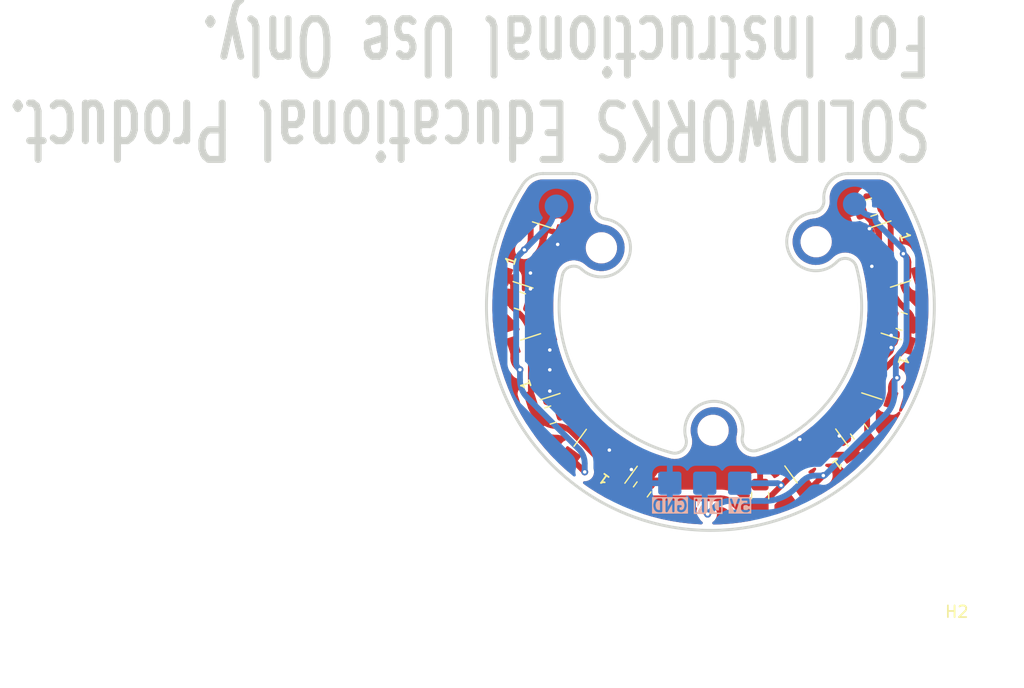
<source format=kicad_pcb>
(kicad_pcb (version 20241229) (generator "pcbnew") (generator_version "9.0")
  (layers (0 "F.Cu" signal) (2 "B.Cu" signal) (13 "F.Paste" user) (15 "B.Paste" user) (5 "F.SilkS" user "F.Silkscreen") (7 "B.SilkS" user "B.Silkscreen") (1 "F.Mask" user) (3 "B.Mask" user) (25 "Edge.Cuts" user))
  (net 0 "")
  (net 1 "GND")
  (net 2 "5V_IN")
  (net 4 "DIN")
  (footprint "LED_SMD:LED_WS2812B_PLCC4_5.0x5.0mm_P3.2mm" (layer "F.Cu") (at 108.228795 73.050362 108)
    (property "Reference" "D1" (hide yes))
    (property "Value" "WS2812B" (hide yes))
    (fp_line (start 2.7 0.9) (end 2.7 -0.9) (stroke (width 0.12)) (layer "F.SilkS"))
    (fp_line (start -2.7 0.9) (end -2.7 -0.9) (stroke (width 0.12)) (layer "F.SilkS"))
    (fp_text user "1" (at -1.025 -1.65 108) (layer "F.SilkS") (effects (font (size 0.8 0.8))))
    (pad "1" smd roundrect (at -2.45 -1.650001 108) (size 1.5 0.9) (layers "F.Cu" "F.Mask" "F.Paste") (roundrect_rratio 0.1) (net 2 "5V_IN"))
    (pad "2" smd roundrect (at -2.45 1.65 108) (size 1.5 0.9) (layers "F.Cu" "F.Mask" "F.Paste") (roundrect_rratio 0.1))
    (pad "3" smd roundrect (at 2.45 1.650001 108) (size 1.5 0.9) (layers "F.Cu" "F.Mask" "F.Paste") (roundrect_rratio 0.1) (net 1 "GND"))
    (pad "4" smd roundrect (at 2.45 -1.65 108) (size 1.5 0.9) (layers "F.Cu" "F.Mask" "F.Paste") (roundrect_rratio 0.1) (net 4 "DIN"))
  )
  (footprint "MountingHole:MountingHole_2.2mm_M2_DIN965" (layer "F.Cu") (at 113.472269 62.827551)
    (property "Reference" "H2" (hide yes))
    (property "Value" "MountingHole")
    (pad "" np_thru_hole circle (at 0 0) (size 2.2 2.2) (drill 2.2) (layers "*.Cu" "*.Mask"))
  )
  (footprint "Capacitor_SMD:C_0805_2012Metric" (layer "F.Cu") (at 136.639408 59.338432 -162)
    (property "Reference" "C1" (hide yes))
    (property "Value" "100nF" (hide yes))
    (fp_line (start -0.261252 0.735) (end 0.261252 0.735) (stroke (width 0.12)) (layer "F.SilkS"))
    (fp_line (start -0.261252 -0.735) (end 0.261252 -0.735) (stroke (width 0.12)) (layer "F.SilkS"))
    (pad "1" smd roundrect (at -0.95 0 198) (size 1 1.45) (layers "F.Cu" "F.Mask" "F.Paste") (net 2 "5V_IN"))
    (pad "2" smd roundrect (at 0.95 0 198) (size 1 1.45) (layers "F.Cu" "F.Mask" "F.Paste") (net 1 "GND"))
  )
  (footprint "MountingHole:MountingHole_2.2mm_M2_DIN965" (layer "F.Cu") (at 123.063491 78.513374)
    (property "Reference" "H1" (hide yes))
    (property "Value" "MountingHole")
    (pad "" np_thru_hole circle (at 0 0) (size 2.2 2.2) (drill 2.2) (layers "*.Cu" "*.Mask"))
  )
  (footprint "Capacitor_SMD:C_0805_2012Metric" (layer "F.Cu") (at 135.616917 78.606838 126)
    (property "Reference" "C1" (hide yes))
    (property "Value" "100nF" (hide yes))
    (fp_line (start -0.261252 -0.734999) (end 0.261252 -0.735) (stroke (width 0.12)) (layer "F.SilkS"))
    (fp_line (start -0.261252 0.735) (end 0.261252 0.734999) (stroke (width 0.12)) (layer "F.SilkS"))
    (pad "1" smd roundrect (at -0.95 0 126) (size 1 1.45) (layers "F.Cu" "F.Mask" "F.Paste") (net 2 "5V_IN"))
    (pad "2" smd roundrect (at 0.95 0 126) (size 1 1.45) (layers "F.Cu" "F.Mask" "F.Paste") (net 1 "GND"))
  )
  (footprint "LED_SMD:LED_WS2812B_PLCC4_5.0x5.0mm_P3.2mm" (layer "F.Cu") (at 113.835034 80.741799 144)
    (property "Reference" "D1" (hide yes))
    (property "Value" "WS2812B" (hide yes))
    (fp_line (start 2.7 0.9) (end 2.7 -0.9) (stroke (width 0.12)) (layer "F.SilkS"))
    (fp_line (start -2.7 0.9) (end -2.7 -0.9) (stroke (width 0.12)) (layer "F.SilkS"))
    (fp_text user "1" (at -1.025 -1.65 144) (layer "F.SilkS") (effects (font (size 0.8 0.8))))
    (pad "1" smd roundrect (at -2.45 -1.65 144) (size 1.5 0.9) (layers "F.Cu" "F.Mask" "F.Paste") (roundrect_rratio 0.1) (net 2 "5V_IN"))
    (pad "2" smd roundrect (at -2.45 1.65 144) (size 1.5 0.9) (layers "F.Cu" "F.Mask" "F.Paste") (roundrect_rratio 0.1))
    (pad "3" smd roundrect (at 2.45 1.65 144) (size 1.5 0.9) (layers "F.Cu" "F.Mask" "F.Paste") (roundrect_rratio 0.1) (net 1 "GND"))
    (pad "4" smd roundrect (at 2.45 -1.65 144) (size 1.5 0.9) (layers "F.Cu" "F.Mask" "F.Paste") (roundrect_rratio 0.1) (net 4 "DIN"))
  )
  (footprint "LED_SMD:LED_WS2812B_PLCC4_5.0x5.0mm_P3.2mm" (layer "F.Cu") (at 107.576741 63.440084 72)
    (property "Reference" "D1" (hide yes))
    (property "Value" "WS2812B" (hide yes))
    (fp_line (start -2.7 0.9) (end -2.7 -0.9) (stroke (width 0.12)) (layer "F.SilkS"))
    (fp_line (start 2.7 0.9) (end 2.7 -0.9) (stroke (width 0.12)) (layer "F.SilkS"))
    (fp_text user "1" (at -1.025 -1.65 72) (layer "F.SilkS") (effects (font (size 0.8 0.8))))
    (pad "1" smd roundrect (at -2.45 -1.65 72) (size 1.5 0.9) (layers "F.Cu" "F.Mask" "F.Paste") (roundrect_rratio 0.1) (net 2 "5V_IN"))
    (pad "2" smd roundrect (at -2.45 1.650001 72) (size 1.5 0.9) (layers "F.Cu" "F.Mask" "F.Paste") (roundrect_rratio 0.1))
    (pad "3" smd roundrect (at 2.45 1.65 72) (size 1.5 0.9) (layers "F.Cu" "F.Mask" "F.Paste") (roundrect_rratio 0.1) (net 1 "GND"))
    (pad "4" smd roundrect (at 2.45 -1.650001 72) (size 1.5 0.9) (layers "F.Cu" "F.Mask" "F.Paste") (roundrect_rratio 0.1) (net 4 "DIN"))
  )
  (footprint "LED_SMD:LED_WS2812B_PLCC4_5.0x5.0mm_P3.2mm" (layer "F.Cu") (at 137.521473 73.005338 -108)
    (property "Reference" "D1" (hide yes))
    (property "Value" "WS2812B" (hide yes))
    (fp_line (start 2.7 0.9) (end 2.7 -0.9) (stroke (width 0.12)) (layer "F.SilkS"))
    (fp_line (start -2.7 0.9) (end -2.7 -0.9) (stroke (width 0.12)) (layer "F.SilkS"))
    (fp_text user "1" (at -1.025 -1.65 252) (layer "F.SilkS") (effects (font (size 0.8 0.8))))
    (pad "1" smd roundrect (at -2.45 -1.65 252) (size 1.5 0.9) (layers "F.Cu" "F.Mask" "F.Paste") (roundrect_rratio 0.1) (net 2 "5V_IN"))
    (pad "2" smd roundrect (at -2.45 1.650001 252) (size 1.5 0.9) (layers "F.Cu" "F.Mask" "F.Paste") (roundrect_rratio 0.1))
    (pad "3" smd roundrect (at 2.45 1.65 252) (size 1.5 0.9) (layers "F.Cu" "F.Mask" "F.Paste") (roundrect_rratio 0.1) (net 1 "GND"))
    (pad "4" smd roundrect (at 2.45 -1.650001 252) (size 1.5 0.9) (layers "F.Cu" "F.Mask" "F.Paste") (roundrect_rratio 0.1) (net 4 "DIN"))
  )
  (footprint "Capacitor_SMD:C_0805_2012Metric" (layer "F.Cu") (at 109.09623 77.1995 18)
    (property "Reference" "C1" (hide yes))
    (property "Value" "100nF" (hide yes))
    (fp_line (start -0.261252 -0.735) (end 0.261252 -0.735) (stroke (width 0.12)) (layer "F.SilkS"))
    (fp_line (start -0.261252 0.735) (end 0.261252 0.735) (stroke (width 0.12)) (layer "F.SilkS"))
    (pad "1" smd roundrect (at -0.95 0 18) (size 1 1.45) (layers "F.Cu" "F.Mask" "F.Paste") (net 2 "5V_IN"))
    (pad "2" smd roundrect (at 0.95 0 18) (size 1 1.45) (layers "F.Cu" "F.Mask" "F.Paste") (net 1 "GND"))
  )
  (footprint "" (layer "F.Cu") (at 135.210899 59.07394)
    (property "Reference" "" (at 0 0 0) (layer "F.SilkS") (effects (font (size 1.27 1.27))))
    (property "Value" "")
    (pad "1" smd circle (at 0 0) (size 2 2) (layers "B.Cu" "B.Mask"))
  )
  (footprint "Capacitor_SMD:C_0805_2012Metric" (layer "F.Cu") (at 116.975606 83.588657 54)
    (property "Reference" "C1" (hide yes))
    (property "Value" "100nF" (hide yes))
    (fp_line (start -0.261252 -0.735) (end 0.261252 -0.734999) (stroke (width 0.12)) (layer "F.SilkS"))
    (fp_line (start -0.261252 0.734999) (end 0.261252 0.735) (stroke (width 0.12)) (layer "F.SilkS"))
    (pad "1" smd roundrect (at -0.95 0 54) (size 1 1.45) (layers "F.Cu" "F.Mask" "F.Paste") (net 2 "5V_IN"))
    (pad "2" smd roundrect (at 0.95 0 54) (size 1 1.45) (layers "F.Cu" "F.Mask" "F.Paste") (net 1 "GND"))
  )
  (footprint "LED_SMD:LED_WS2812B_PLCC4_5.0x5.0mm_P3.2mm" (layer "F.Cu") (at 138.318995 63.367927 -72)
    (property "Reference" "D1" (hide yes))
    (property "Value" "WS2812B" (hide yes))
    (fp_line (start -2.7 0.9) (end -2.7 -0.9) (stroke (width 0.12)) (layer "F.SilkS"))
    (fp_line (start 2.7 0.9) (end 2.7 -0.9) (stroke (width 0.12)) (layer "F.SilkS"))
    (fp_text user "1" (at -1.025 -1.65 288) (layer "F.SilkS") (effects (font (size 0.8 0.8))))
    (pad "1" smd roundrect (at -2.45 -1.650001 288) (size 1.5 0.9) (layers "F.Cu" "F.Mask" "F.Paste") (roundrect_rratio 0.1) (net 2 "5V_IN"))
    (pad "2" smd roundrect (at -2.45 1.65 288) (size 1.5 0.9) (layers "F.Cu" "F.Mask" "F.Paste") (roundrect_rratio 0.1))
    (pad "3" smd roundrect (at 2.45 1.650001 288) (size 1.5 0.9) (layers "F.Cu" "F.Mask" "F.Paste") (roundrect_rratio 0.1) (net 1 "GND"))
    (pad "4" smd roundrect (at 2.45 -1.65 288) (size 1.5 0.9) (layers "F.Cu" "F.Mask" "F.Paste") (roundrect_rratio 0.1) (net 4 "DIN"))
  )
  (footprint "MountingHole:MountingHole_2.2mm_M2_DIN965" (layer "F.Cu") (at 143.990371 96.955866)
    (property "Reference" "H2" (at 0 -2.85 0) (layer "F.SilkS"))
    (property "Value" "MountingHole")
    (pad "" np_thru_hole circle (at 0 0) (size 2.2 2.2) (drill 2.2) (layers "*.Cu" "*.Mask"))
  )
  (footprint "LED_SMD:LED_WS2812B_PLCC4_5.0x5.0mm_P3.2mm" (layer "F.Cu") (at 131.938904 80.713972 -144)
    (property "Reference" "D1" (hide yes))
    (property "Value" "WS2812B" (hide yes))
    (fp_line (start 2.7 0.9) (end 2.7 -0.9) (stroke (width 0.12)) (layer "F.SilkS"))
    (fp_line (start -2.7 0.9) (end -2.7 -0.9) (stroke (width 0.12)) (layer "F.SilkS"))
    (fp_text user "1" (at -1.025 -1.65 216) (layer "F.SilkS") (effects (font (size 0.8 0.8))))
    (pad "1" smd roundrect (at -2.45 -1.65 216) (size 1.5 0.9) (layers "F.Cu" "F.Mask" "F.Paste") (roundrect_rratio 0.1) (net 2 "5V_IN"))
    (pad "2" smd roundrect (at -2.45 1.65 216) (size 1.5 0.9) (layers "F.Cu" "F.Mask" "F.Paste") (roundrect_rratio 0.1))
    (pad "3" smd roundrect (at 2.45 1.65 216) (size 1.5 0.9) (layers "F.Cu" "F.Mask" "F.Paste") (roundrect_rratio 0.1) (net 1 "GND"))
    (pad "4" smd roundrect (at 2.45 -1.65 216) (size 1.5 0.9) (layers "F.Cu" "F.Mask" "F.Paste") (roundrect_rratio 0.1) (net 4 "DIN"))
  )
  (footprint "Capacitor_SMD:C_0805_2012Metric" (layer "F.Cu") (at 139.258505 69.138749 162)
    (property "Reference" "C1" (hide yes))
    (property "Value" "100nF" (hide yes))
    (fp_line (start -0.261252 -0.735) (end 0.261252 -0.735) (stroke (width 0.12)) (layer "F.SilkS"))
    (fp_line (start -0.261252 0.735) (end 0.261252 0.735) (stroke (width 0.12)) (layer "F.SilkS"))
    (pad "1" smd roundrect (at -0.95 0 162) (size 1 1.45) (layers "F.Cu" "F.Mask" "F.Paste") (net 2 "5V_IN"))
    (pad "2" smd roundrect (at 0.95 0 162) (size 1 1.45) (layers "F.Cu" "F.Mask" "F.Paste") (net 1 "GND"))
  )
  (footprint "Capacitor_SMD:C_0805_2012Metric" (layer "F.Cu") (at 106.477133 67.399183 -18)
    (property "Reference" "C1" (hide yes))
    (property "Value" "100nF" (hide yes))
    (fp_line (start -0.261252 0.735) (end 0.261252 0.735) (stroke (width 0.12)) (layer "F.SilkS"))
    (fp_line (start -0.261252 -0.735) (end 0.261252 -0.735) (stroke (width 0.12)) (layer "F.SilkS"))
    (pad "1" smd roundrect (at -0.95 0 342) (size 1 1.45) (layers "F.Cu" "F.Mask" "F.Paste") (net 2 "5V_IN"))
    (pad "2" smd roundrect (at 0.95 0 342) (size 1 1.45) (layers "F.Cu" "F.Mask" "F.Paste") (net 1 "GND"))
  )
  (footprint "Capacitor_SMD:C_0805_2012Metric" (layer "F.Cu") (at 127.105607 84.126212 90)
    (property "Reference" "C1" (hide yes))
    (property "Value" "100nF" (hide yes))
    (fp_line (start -0.261252 -0.735) (end 0.261252 -0.735) (stroke (width 0.12)) (layer "F.SilkS"))
    (fp_line (start -0.261252 0.735) (end 0.261252 0.735) (stroke (width 0.12)) (layer "F.SilkS"))
    (pad "1" smd roundrect (at -0.95 0 90) (size 1 1.45) (layers "F.Cu" "F.Mask" "F.Paste") (net 2 "5V_IN"))
    (pad "2" smd roundrect (at 0.95 0 90) (size 1 1.45) (layers "F.Cu" "F.Mask" "F.Paste") (net 1 "GND"))
  )
  (footprint "MountingHole:MountingHole_2.2mm_M2_DIN965" (layer "F.Cu") (at 131.915206 62.305614)
    (property "Reference" "H2" (hide yes))
    (property "Value" "MountingHole")
    (pad "" np_thru_hole circle (at 0 0) (size 2.2 2.2) (drill 2.2) (layers "*.Cu" "*.Mask"))
  )
  (footprint "TestPoint:TestPoint_Pad_2.5x2.5mm" (layer "B.Cu") (at 125.347351 83.057631 90)
    (property "Reference" "TP1" (hide yes))
    (property "Value" "TestPoint" (hide yes))
    (pad "1" smd roundrect (at 0 0 90) (size 2 2) (layers "B.Cu" "B.Mask") (roundrect_rratio 0.125) (net 2 "5V_IN"))
  )
  (footprint "TestPoint:TestPoint_Pad_2.5x2.5mm" (layer "B.Cu") (at 119.347351 83.057631 90)
    (property "Reference" "TP3" (hide yes))
    (property "Value" "TestPoint" (hide yes))
    (pad "1" smd roundrect (at 0 0 90) (size 2 2) (layers "B.Cu" "B.Mask") (roundrect_rratio 0.125) (net 1 "GND"))
  )
  (footprint "TestPoint:TestPoint_Pad_2.5x2.5mm" (layer "B.Cu") (at 122.347351 83.057631 90)
    (property "Reference" "TP2" (hide yes))
    (property "Value" "TestPoint" (hide yes))
    (pad "1" smd roundrect (at 0 0 90) (size 2 2) (layers "B.Cu" "B.Mask") (roundrect_rratio 0.125) (net 4 "DIN"))
  )
  (footprint "TestPoint:TestPoint_Pad_D2.0mm" (layer "B.Cu") (at 109.601343 59.250616)
    (property "Reference" "REF**" (hide yes))
    (property "Value" "TestPoint_Pad_D2.0mm")
    (pad "1" smd circle (at 0 0) (size 2 2) (layers "B.Cu" "B.Mask"))
  )
  (gr_line (start 111.015008 56.447816) (end 108.457482 56.447816) (stroke (width 0.25)) (layer "Edge.Cuts"))
  (gr_line (start 137.20669 56.447816) (end 134.649172 56.447816) (stroke (width 0.25)) (layer "Edge.Cuts"))
  (gr_arc (start 126.862996 80.233326) (mid 125.880093 80.022616) (end 125.576914 79.064191) (stroke (width 0.25)) (layer "Edge.Cuts"))
  (gr_arc (start 111.015008 56.447816) (mid 112.673048 57.272675) (end 113.015326 59.092669) (stroke (width 0.25)) (layer "Edge.Cuts"))
  (gr_arc (start 120.733038 79.20319) (mid 120.485319 80.177429) (end 119.516115 80.44415) (stroke (width 0.25)) (layer "Edge.Cuts"))
  (gr_arc (start 110.119675 65.196523) (mid 110.793606 64.450662) (end 111.775216 64.66731) (stroke (width 0.25)) (layer "Edge.Cuts"))
  (gr_arc (start 133.686444 64.03855) (mid 129.633931 63.374163) (end 131.671413 59.808641) (stroke (width 0.25)) (layer "Edge.Cuts"))
  (gr_arc (start 137.20669 56.447816) (mid 138.197748 56.699256) (end 138.949067 57.392752) (stroke (width 0.25)) (layer "Edge.Cuts"))
  (gr_arc (start 135.369608 64.471956) (mid 134.265956 74.052548) (end 126.862996 80.233326) (stroke (width 0.25)) (layer "Edge.Cuts"))
  (gr_arc (start 132.579292 58.719667) (mid 133.112479 57.126594) (end 134.649172 56.447816) (stroke (width 0.25)) (layer "Edge.Cuts"))
  (gr_arc (start 119.516115 80.44415) (mid 111.770902 74.698064) (end 110.119675 65.196523) (stroke (width 0.25)) (layer "Edge.Cuts"))
  (gr_arc (start 138.949067 57.392752) (mid 122.832087 87.110995) (end 106.715106 57.392752) (stroke (width 0.25)) (layer "Edge.Cuts"))
  (gr_arc (start 113.831973 60.354277) (mid 115.72459 63.903729) (end 111.775216 64.66731) (stroke (width 0.25)) (layer "Edge.Cuts"))
  (gr_arc (start 113.831973 60.354277) (mid 113.138073 59.908328) (end 113.015326 59.092669) (stroke (width 0.25)) (layer "Edge.Cuts"))
  (gr_arc (start 133.686444 64.03855) (mid 134.654015 63.765965) (end 135.369608 64.471956) (stroke (width 0.25)) (layer "Edge.Cuts"))
  (gr_arc (start 106.715106 57.392752) (mid 107.46642 56.699238) (end 108.457482 56.447816) (stroke (width 0.25)) (layer "Edge.Cuts"))
  (gr_arc (start 132.579292 58.719667) (mid 132.351692 59.452854) (end 131.671413 59.808641) (stroke (width 0.25)) (layer "Edge.Cuts"))
  (gr_arc (start 120.733038 79.20319) (mid 123.065598 76.01903) (end 125.576914 79.064191) (stroke (width 0.25)) (layer "Edge.Cuts"))
  (gr_text "5V\n" (at 126.453008 85.593304 0) (layer "B.SilkS" knockout) (effects (font (size 1 1) (thickness 0.2) (bold yes)) (justify left bottom mirror)))
  (gr_text "DIN\n" (at 124.034933 85.624708 0) (layer "B.SilkS" knockout) (effects (font (size 1 1) (thickness 0.2) (bold yes)) (justify left bottom mirror)))
  (gr_text "GND" (at 121.02019 85.593304 0) (layer "B.SilkS" knockout) (effects (font (size 1 1) (thickness 0.2) (bold yes)) (justify left bottom mirror)))
  (gr_text "For Instructional Use Only." (at 142.061538 48.177819 180) (layer "Edge.Cuts") (effects (font (size 4.83362 3.04518) (thickness 0.604202)) (justify left top)))
  (gr_text "SOLIDWORKS Educational Product." (at 142.061538 55.428249 180) (layer "Edge.Cuts") (effects (font (size 4.83362 3.04518) (thickness 0.604202)) (justify left top)))
  (segment (start 107.380637 66.357563) (end 107.380637 67.692749) (width 0.5) (layer "F.Cu") (net 1))
  (segment (start 122.668724 83.176212) (end 127.105607 83.176212) (width 0.5) (layer "F.Cu") (net 1))
  (segment (start 138.355001 71.532251) (end 138.355001 71.398818) (width 0.5) (layer "F.Cu") (net 1))
  (segment (start 133.619988 79.159837) (end 130.740538 79.159837) (width 0.5) (layer "F.Cu") (net 1))
  (segment (start 133.819664 79.077129) (end 133.902373 78.994421) (width 0.5) (layer "F.Cu") (net 1))
  (segment (start 136.614133 61.022041) (end 136.497975 61.138199) (width 0.5) (layer "F.Cu") (net 1))
  (segment (start 109.718369 62.534515) (end 110.5405 61.712384) (width 0.5) (layer "F.Cu") (net 1))
  (segment (start 114.154862 80.210264) (end 115.751493 81.806895) (width 0.5) (layer "F.Cu") (net 1))
  (segment (start 130.57966 79.226475) (end 130.513023 79.293113) (width 0.5) (layer "F.Cu") (net 1))
  (segment (start 116.050466 81.884988) (end 115.940026 81.884988) (width 0.5) (layer "F.Cu") (net 1))
  (segment (start 137.506842 66.207894) (end 137.466291 66.207894) (width 0.2) (layer "F.Cu") (net 1))
  (segment (start 136.486084 61.166907) (end 136.486084 61.183724) (width 0.5) (layer "F.Cu") (net 1))
  (segment (start 136.590387 61.288027) (end 136.486084 61.183724) (width 0.5) (layer "F.Cu") (net 1))
  (segment (start 109.040947 73.311878) (end 109.040947 75.138552) (width 0.5) (layer "F.Cu") (net 1))
  (segment (start 109.326828 76.233028) (end 109.999734 76.905934) (width 0.5) (layer "F.Cu") (net 1))
  (segment (start 136.694691 65.436294) (end 136.694691 66.327537) (width 0.5) (layer "F.Cu") (net 1))
  (segment (start 116.050466 81.884988) (end 116.324682 81.884988) (width 0.5) (layer "F.Cu") (net 1))
  (segment (start 121.808972 82.820091) (end 117.534002 82.820091) (width 0.5) (layer "F.Cu") (net 1))
  (segment (start 136.694691 61.539838) (end 136.694691 64.419305) (width 0.5) (layer "F.Cu") (net 1))
  (segment (start 109.040947 71.607799) (end 109.040947 70.210395) (width 0.5) (layer "F.Cu") (net 1))
  (segment (start 137.466291 66.207894) (end 136.694691 65.436294) (width 0.2) (layer "F.Cu") (net 1))
  (segment (start 107.380637 66.357563) (end 107.380637 64.995292) (width 0.5) (layer "F.Cu") (net 1))
  (segment (start 112.822788 78.422518) (end 112.822788 77.966847) (width 0.5) (layer "F.Cu") (net 1))
  (segment (start 136.694691 60.827558) (end 136.694691 60.713632) (width 0.5) (layer "F.Cu") (net 1))
  (segment (start 130.513023 79.293113) (end 128.986967 80.819168) (width 0.5) (layer "F.Cu") (net 1))
  (segment (start 109.718369 62.534515) (end 107.424139 64.828744) (width 0.5) (layer "F.Cu") (net 1))
  (segment (start 116.792799 82.078888) (end 117.534002 82.820091) (width 0.5) (layer "F.Cu") (net 1))
  (segment (start 138.355001 70.354466) (end 138.355001 68.845183) (width 0.5) (layer "F.Cu") (net 1))
  (segment (start 133.902373 78.994421) (end 135.058521 77.838272) (width 0.5) (layer "F.Cu") (net 1))
  (segment (start 109.040947 75.542849) (end 109.040947 75.138552) (width 0.5) (layer "F.Cu") (net 1))
  (segment (start 109.040947 71.607799) (end 109.040947 73.311878) (width 0.5) (layer "F.Cu") (net 1))
  (segment (start 136.694691 64.419305) (end 136.694691 65.436294) (width 0.5) (layer "F.Cu") (net 1))
  (segment (start 107.380637 64.995292) (end 107.380637 64.933769) (width 0.5) (layer "F.Cu") (net 1))
  (segment (start 114.154862 80.210264) (end 113.144996 79.200398) (width 0.5) (layer "F.Cu") (net 1))
  (segment (start 138.260649 71.760036) (end 135.195138 74.825548) (width 0.5) (layer "F.Cu") (net 1))
  (segment (start 138.355001 70.354466) (end 138.355001 71.398818) (width 0.5) (layer "F.Cu") (net 1))
  (segment (start 136.607824 60.503918) (end 135.735904 59.631998) (width 0.5) (layer "F.Cu") (net 1))
  (via (at 109.040947 71.607799) (size 0.6) (drill 0.3) (layers "F.Cu" "B.Cu") (net 1))
  (via (at 133.902373 78.994421) (size 0.6) (drill 0.3) (layers "F.Cu" "B.Cu") (net 1))
  (via (at 107.380637 66.357563) (size 0.6) (drill 0.3) (layers "F.Cu" "B.Cu") (net 1))
  (via (at 130.513023 79.293113) (size 0.6) (drill 0.3) (layers "F.Cu" "B.Cu") (net 1))
  (via (at 109.718369 62.534515) (size 0.6) (drill 0.3) (layers "F.Cu" "B.Cu") (net 1))
  (via (at 109.040947 75.138552) (size 0.6) (drill 0.3) (layers "F.Cu" "B.Cu") (net 1))
  (via (at 136.694691 64.419305) (size 0.6) (drill 0.3) (layers "F.Cu" "B.Cu") (net 1))
  (via (at 109.040947 73.311878) (size 0.6) (drill 0.3) (layers "F.Cu" "B.Cu") (net 1))
  (via (at 136.486084 61.183724) (size 0.6) (drill 0.3) (layers "F.Cu" "B.Cu") (net 1))
  (via (at 116.050466 81.884988) (size 0.6) (drill 0.3) (layers "F.Cu" "B.Cu") (net 1))
  (via (at 107.380637 64.995292) (size 0.6) (drill 0.3) (layers "F.Cu" "B.Cu") (net 1))
  (via (at 138.355001 70.354466) (size 0.6) (drill 0.3) (layers "F.Cu" "B.Cu") (net 1))
  (via (at 114.154862 80.210264) (size 0.6) (drill 0.3) (layers "F.Cu" "B.Cu") (net 1))
  (via (at 138.355001 71.398818) (size 0.6) (drill 0.3) (layers "F.Cu" "B.Cu") (net 1))
  (arc (start 133.619988 79.159837) (mid 133.728052 79.138341) (end 133.819664 79.077129) (width 0.5) (layer "F.Cu") (net 1))
  (arc (start 107.424139 64.828744) (mid 107.391942 64.876929) (end 107.380637 64.933769) (width 0.5) (layer "F.Cu") (net 1))
  (arc (start 138.355001 71.532251) (mid 138.330479 71.655527) (end 138.260649 71.760036) (width 0.5) (layer "F.Cu") (net 1))
  (arc (start 112.822788 78.422518) (mid 112.906527 78.843503) (end 113.144996 79.200398) (width 0.5) (layer "F.Cu") (net 1))
  (arc (start 122.238848 82.998151) (mid 122.041619 82.866367) (end 121.808972 82.820091) (width 0.5) (layer "F.Cu") (net 1))
  (arc (start 136.694691 60.827558) (mid 136.673754 60.932811) (end 136.614133 61.022041) (width 0.5) (layer "F.Cu") (net 1))
  (arc (start 136.486084 61.166907) (mid 136.489174 61.15137) (end 136.497975 61.138199) (width 0.5) (layer "F.Cu") (net 1))
  (arc (start 115.940026 81.884988) (mid 115.837992 81.864692) (end 115.751493 81.806895) (width 0.5) (layer "F.Cu") (net 1))
  (arc (start 136.607824 60.503918) (mid 136.672115 60.600135) (end 136.694691 60.713632) (width 0.5) (layer "F.Cu") (net 1))
  (arc (start 116.792799 82.078888) (mid 116.578025 81.93538) (end 116.324682 81.884988) (width 0.5) (layer "F.Cu") (net 1))
  (arc (start 136.694691 61.539838) (mid 136.667583 61.403559) (end 136.590387 61.288027) (width 0.5) (layer "F.Cu") (net 1))
  (arc (start 109.326828 76.233028) (mid 109.115245 75.916371) (end 109.040947 75.542849) (width 0.5) (layer "F.Cu") (net 1))
  (arc (start 122.238848 82.998151) (mid 122.436077 83.129935) (end 122.668724 83.176212) (width 0.5) (layer "F.Cu") (net 1))
  (arc (start 130.57966 79.226475) (mid 130.653471 79.177155) (end 130.740538 79.159837) (width 0.5) (layer "F.Cu") (net 1))
  (segment (start 105.810621 65.820509) (end 105.250406 65.260294) (width 0.5) (layer "F.Cu") (net 2))
  (segment (start 135.999515 79.551197) (end 135.882318 79.668394) (width 0.5) (layer "F.Cu") (net 2))
  (segment (start 134.960007 80.590709) (end 135.882318 79.668394) (width 0.5) (layer "F.Cu") (net 2))
  (segment (start 107.416643 75.218672) (end 107.416643 75.270338) (width 0.5) (layer "F.Cu") (net 2))
  (segment (start 107.416643 76.303656) (end 107.416643 76.25199) (width 0.5) (layer "F.Cu") (net 2))
  (segment (start 105.573629 67.32779) (end 105.573629 67.373791) (width 0.5) (layer "F.Cu") (net 2))
  (segment (start 134.913197 80.608776) (end 134.906809 80.608776) (width 0.5) (layer "F.Cu") (net 2))
  (segment (start 134.814191 80.608776) (end 134.83016 80.608776) (width 0.5) (layer "F.Cu") (net 2))
  (segment (start 140.162009 69.05116) (end 140.162009 69.210141) (width 0.5) (layer "F.Cu") (net 2))
  (segment (start 139.892491 68.400487) (end 139.240502 67.748498) (width 0.5) (layer "F.Cu") (net 2))
  (segment (start 137.250645 58.752599) (end 137.219419 58.721373) (width 0.5) (layer "F.Cu") (net 2))
  (segment (start 105.88783 66.569242) (end 105.88783 65.820509) (width 0.5) (layer "F.Cu") (net 2))
  (segment (start 117.011513 84.357223) (end 123.699569 84.357223) (width 0.5) (layer "F.Cu") (net 2))
  (segment (start 133.231942 80.608776) (end 134.763091 80.608776) (width 0.5) (layer "F.Cu") (net 2))
  (segment (start 107.416643 73.823694) (end 107.416643 74.650348) (width 0.5) (layer "F.Cu") (net 2))
  (segment (start 134.86529 80.608776) (end 134.852515 80.608776) (width 0.5) (layer "F.Cu") (net 2))
  (segment (start 124.860582 84.83813) (end 125.220077 85.197625) (width 0.5) (layer "F.Cu") (net 2))
  (segment (start 107.416643 74.650348) (end 107.416643 74.908677) (width 0.5) (layer "F.Cu") (net 2))
  (segment (start 108.287195 77.587535) (end 107.708909 77.009249) (width 0.5) (layer "F.Cu") (net 2))
  (segment (start 139.847808 69.968689) (end 139.847808 71.185128) (width 0.5) (layer "F.Cu") (net 2))
  (segment (start 136.146011 79.404701) (end 136.116712 79.434) (width 0.5) (layer "F.Cu") (net 2))
  (segment (start 127.105607 85.076212) (end 130.400024 81.781794) (width 0.5) (layer "F.Cu") (net 2))
  (segment (start 136.116712 79.434) (end 136.087413 79.463299) (width 0.5) (layer "F.Cu") (net 2))
  (segment (start 136.233911 79.316805) (end 136.226586 79.324129) (width 0.5) (layer "F.Cu") (net 2))
  (segment (start 136.29251 76.994389) (end 136.29251 79.175336) (width 0.5) (layer "F.Cu") (net 2))
  (segment (start 136.438437 58.39788) (end 136.215762 58.39788) (width 0.5) (layer "F.Cu") (net 2))
  (segment (start 105.88783 65.820509) (end 105.88783 65.352804) (width 0.5) (layer "F.Cu") (net 2))
  (segment (start 134.878065 80.608776) (end 134.86529 80.608776) (width 0.5) (layer "F.Cu") (net 2))
  (segment (start 107.416643 75.270338) (end 107.416643 75.477001) (width 0.5) (layer "F.Cu") (net 2))
  (segment (start 136.080088 79.470624) (end 136.036139 79.514573) (width 0.5) (layer "F.Cu") (net 2))
  (segment (start 136.036139 79.514573) (end 135.999515 79.551197) (width 0.5) (layer "F.Cu") (net 2))
  (segment (start 107.416643 75.683664) (end 107.416643 75.890327) (width 0.5) (layer "F.Cu") (net 2))
  (segment (start 136.087413 79.463299) (end 136.080088 79.470624) (width 0.5) (layer "F.Cu") (net 2))
  (segment (start 136.226586 79.324129) (end 136.211936 79.338778) (width 0.5) (layer "F.Cu") (net 2))
  (segment (start 107.416643 75.477001) (end 107.416643 75.683664) (width 0.5) (layer "F.Cu") (net 2))
  (segment (start 134.903615 80.608776) (end 134.89084 80.608776) (width 0.5) (layer "F.Cu") (net 2))
  (segment (start 105.88783 65.820509) (end 105.810621 65.820509) (width 0.5) (layer "F.Cu") (net 2))
  (segment (start 134.852515 80.608776) (end 134.849322 80.608776) (width 0.5) (layer "F.Cu") (net 2))
  (segment (start 107.708909 77.009249) (end 108.192726 77.493066) (width 0.5) (layer "F.Cu") (net 2))
  (segment (start 106.495136 68.563473) (end 105.763257 67.831594) (width 0.5) (layer "F.Cu") (net 2))
  (segment (start 134.903615 80.608776) (end 134.906809 80.608776) (width 0.5) (layer "F.Cu") (net 2))
  (segment (start 136.17531 79.375402) (end 136.146011 79.404701) (width 0.5) (layer "F.Cu") (net 2))
  (segment (start 134.916391 80.608776) (end 134.913197 80.608776) (width 0.5) (layer "F.Cu") (net 2))
  (segment (start 138.318995 65.523783) (end 138.318995 60.989713) (width 0.5) (layer "F.Cu") (net 2))
  (segment (start 134.89084 80.608776) (end 134.878065 80.608776) (width 0.5) (layer "F.Cu") (net 2))
  (segment (start 114.84728 83.050809) (end 114.84728 83.152022) (width 0.5) (layer "F.Cu") (net 2))
  (segment (start 137.886302 73.146633) (end 139.847808 71.185128) (width 0.5) (layer "F.Cu") (net 2))
  (segment (start 134.849322 80.608776) (end 134.83016 80.608776) (width 0.5) (layer "F.Cu") (net 2))
  (segment (start 110.954981 78.692568) (end 114.517809 82.255396) (width 0.5) (layer "F.Cu") (net 2))
  (segment (start 127.105607 85.076212) (end 125.756019 85.076212) (width 0.5) (layer "F.Cu") (net 2))
  (segment (start 115.83464 83.774653) (end 115.996974 83.936987) (width 0.5) (layer "F.Cu") (net 2))
  (segment (start 136.204609 79.346103) (end 136.211936 79.338778) (width 0.5) (layer "F.Cu") (net 2))
  (segment (start 107.416643 73.823694) (end 107.416643 70.788187) (width 0.5) (layer "F.Cu") (net 2))
  (segment (start 136.204609 79.346103) (end 136.17531 79.375402) (width 0.5) (layer "F.Cu") (net 2))
  (segment (start 134.814191 80.608776) (end 134.763091 80.608776) (width 0.5) (layer "F.Cu") (net 2))
  (segment (start 107.416643 74.908677) (end 107.416643 75.218672) (width 0.5) (layer "F.Cu") (net 2))
  (segment (start 107.416643 76.148658) (end 107.416643 76.25199) (width 0.5) (layer "F.Cu") (net 2))
  (segment (start 107.416643 76.148658) (end 107.416643 76.096992) (width 0.5) (layer "F.Cu") (net 2))
  (segment (start 107.416643 75.890327) (end 107.416643 76.096992) (width 0.5) (layer "F.Cu") (net 2))
  (segment (start 138.077086 60.405694) (end 137.835178 60.163786) (width 0.5) (layer "F.Cu") (net 2))
  (via (at 128.903452 83.237992) (size 0.6) (drill 0.3) (layers "F.Cu" "B.Cu") (net 2))
  (arc (start 115.212009 83.516751) (mid 114.954106 83.409924) (end 114.84728 83.152022) (width 0.5) (layer "F.Cu") (net 2))
  (arc (start 124.860582 84.83813) (mid 124.327904 84.482206) (end 123.699569 84.357223) (width 0.5) (layer "F.Cu") (net 2))
  (arc (start 134.916391 80.608776) (mid 134.939995 80.60408) (end 134.960007 80.590709) (width 0.5) (layer "F.Cu") (net 2))
  (arc (start 107.708909 77.009249) (mid 107.708909 77.009249) (end 107.708909 77.009249) (width 0.5) (layer "F.Cu") (net 2))
  (arc (start 105.573629 67.32779) (mid 105.614457 67.122528) (end 105.730729 66.948516) (width 0.5) (layer "F.Cu") (net 2))
  (arc (start 139.847808 69.968689) (mid 139.888636 69.763427) (end 140.004908 69.589415) (width 0.5) (layer "F.Cu") (net 2))
  (arc (start 114.84728 83.050809) (mid 114.761653 82.620334) (end 114.517809 82.255396) (width 0.5) (layer "F.Cu") (net 2))
  (arc (start 125.462903 85.197625) (mid 125.597385 85.107766) (end 125.756019 85.076212) (width 0.5) (layer "F.Cu") (net 2))
  (arc (start 139.240502 67.748498) (mid 138.558486 66.72779) (end 138.318995 65.523783) (width 0.5) (layer "F.Cu") (net 2))
  (arc (start 117.011513 84.357223) (mid 116.462448 84.248007) (end 115.996974 83.936987) (width 0.5) (layer "F.Cu") (net 2))
  (arc (start 136.29251 76.994389) (mid 136.706723 74.911998) (end 137.886302 73.146633) (width 0.5) (layer "F.Cu") (net 2))
  (arc (start 107.416643 76.303656) (mid 107.4926 76.68552) (end 107.708909 77.009249) (width 0.5) (layer "F.Cu") (net 2))
  (arc (start 106.495136 68.563473) (mid 107.177151 69.58418) (end 107.416643 70.788187) (width 0.5) (layer "F.Cu") (net 2))
  (arc (start 133.231942 80.608776) (mid 131.699319 80.913633) (end 130.400024 81.781794) (width 0.5) (layer "F.Cu") (net 2))
  (arc (start 138.077086 60.405694) (mid 138.256124 60.673644) (end 138.318995 60.989713) (width 0.5) (layer "F.Cu") (net 2))
  (arc (start 107.416643 76.303656) (mid 107.4926 76.68552) (end 107.708909 77.009249) (width 0.5) (layer "F.Cu") (net 2))
  (arc (start 105.573629 67.373791) (mid 105.622911 67.621552) (end 105.763257 67.831594) (width 0.5) (layer "F.Cu") (net 2))
  (arc (start 136.438437 58.39788) (mid 136.861101 58.481953) (end 137.219419 58.721373) (width 0.5) (layer "F.Cu") (net 2))
  (arc (start 137.542912 59.458193) (mid 137.466954 59.076328) (end 137.250645 58.752599) (width 0.5) (layer "F.Cu") (net 2))
  (arc (start 115.83464 83.774653) (mid 115.548974 83.583777) (end 115.212009 83.516751) (width 0.5) (layer "F.Cu") (net 2))
  (arc (start 109.621088 78.140052) (mid 110.342985 78.283646) (end 110.954981 78.692568) (width 0.5) (layer "F.Cu") (net 2))
  (arc (start 108.287195 77.587535) (mid 108.89919 77.996457) (end 109.621088 78.140052) (width 0.5) (layer "F.Cu") (net 2))
  (arc (start 140.004908 69.589415) (mid 140.121179 69.415402) (end 140.162009 69.210141) (width 0.5) (layer "F.Cu") (net 2))
  (arc (start 137.542912 59.458193) (mid 137.618869 59.840057) (end 137.835178 60.163786) (width 0.5) (layer "F.Cu") (net 2))
  (arc (start 105.730729 66.948516) (mid 105.847 66.774503) (end 105.88783 66.569242) (width 0.5) (layer "F.Cu") (net 2))
  (arc (start 125.220077 85.197625) (mid 125.34149 85.247915) (end 125.462903 85.197625) (width 0.5) (layer "F.Cu") (net 2))
  (arc (start 139.892491 68.400487) (mid 140.091963 68.699018) (end 140.162009 69.05116) (width 0.5) (layer "F.Cu") (net 2))
  (arc (start 136.233911 79.316805) (mid 136.27728 79.251898) (end 136.29251 79.175336) (width 0.5) (layer "F.Cu") (net 2))
  (segment (start 128.595556 83.057631) (end 125.347351 83.057631) (width 0.5) (layer "B.Cu") (net 2))
  (segment (start 128.813271 83.147811) (end 128.903452 83.237992) (width 0.5) (layer "B.Cu") (net 2))
  (arc (start 128.813271 83.147811) (mid 128.713382 83.081068) (end 128.595556 83.057631) (width 0.5) (layer "B.Cu") (net 2))
  (segment (start 107.126571 60.9621) (end 106.764588 60.600117) (width 0.5) (layer "F.Cu") (net 4))
  (segment (start 131.18364 83.488924) (end 130.926658 83.488924) (width 0.5) (layer "F.Cu") (net 4))
  (segment (start 132.530772 82.398775) (end 131.622337 83.307209) (width 0.5) (layer "F.Cu") (net 4))
  (segment (start 139.399077 63.336443) (end 139.616127 63.553493) (width 0.5) (layer "F.Cu") (net 4))
  (segment (start 112.039847 82.087406) (end 110.98706 81.034619) (width 0.5) (layer "F.Cu") (net 4))
  (segment (start 106.480865 73.297689) (end 106.191662 73.008486) (width 0.5) (layer "F.Cu") (net 4))
  (segment (start 107.402013 62.069756) (end 107.402013 60.9621) (width 0.5) (layer "F.Cu") (net 4))
  (segment (start 107.129793 62.726952) (end 106.857574 62.999172) (width 0.5) (layer "F.Cu") (net 4))
  (segment (start 107.402013 60.9621) (end 107.402013 60.692627) (width 0.5) (layer "F.Cu") (net 4))
  (segment (start 105.90246 72.310289) (end 105.90246 71.230152) (width 0.5) (layer "F.Cu") (net 4))
  (segment (start 110.883097 80.783629) (end 110.883097 80.636603) (width 0.5) (layer "F.Cu") (net 4))
  (segment (start 138.333625 74.879305) (end 138.333625 75.845305) (width 0.5) (layer "F.Cu") (net 4))
  (segment (start 138.591877 74.25583) (end 138.850129 73.997578) (width 0.5) (layer "F.Cu") (net 4))
  (segment (start 107.402013 60.9621) (end 107.126571 60.9621) (width 0.5) (layer "F.Cu") (net 4))
  (segment (start 139.833178 64.077499) (end 139.833178 65.30778) (width 0.5) (layer "F.Cu") (net 4))
  (segment (start 122.593417 85.71591) (end 122.394981 85.517474) (width 0.5) (layer "F.Cu") (net 4))
  (via (at 139.399077 63.336443) (size 0.6) (drill 0.3) (layers "F.Cu" "B.Cu") (net 4))
  (via (at 132.530772 82.398775) (size 0.6) (drill 0.3) (layers "F.Cu" "B.Cu") (net 4))
  (via (at 138.850129 73.997578) (size 0.6) (drill 0.3) (layers "F.Cu" "B.Cu") (net 4))
  (via (at 106.857574 62.999172) (size 0.6) (drill 0.3) (layers "F.Cu" "B.Cu") (net 4))
  (via (at 106.480865 73.297689) (size 0.6) (drill 0.3) (layers "F.Cu" "B.Cu") (net 4))
  (via (at 112.039847 82.087406) (size 0.6) (drill 0.3) (layers "F.Cu" "B.Cu") (net 4))
  (via (at 122.593417 85.71591) (size 0.6) (drill 0.3) (layers "F.Cu" "B.Cu") (net 4))
  (arc (start 106.191662 73.008486) (mid 105.977621 72.68815) (end 105.90246 72.310289) (width 0.5) (layer "F.Cu") (net 4))
  (arc (start 138.333625 74.879305) (mid 138.400742 74.541882) (end 138.591877 74.25583) (width 0.5) (layer "F.Cu") (net 4))
  (arc (start 110.883097 80.783629) (mid 110.910116 80.919464) (end 110.98706 81.034619) (width 0.5) (layer "F.Cu") (net 4))
  (arc (start 131.622337 83.307209) (mid 131.421061 83.441697) (end 131.18364 83.488924) (width 0.5) (layer "F.Cu") (net 4))
  (arc (start 139.833178 64.077499) (mid 139.776768 63.793909) (end 139.616127 63.553493) (width 0.5) (layer "F.Cu") (net 4))
  (arc (start 107.402013 62.069756) (mid 107.331265 62.425428) (end 107.129793 62.726952) (width 0.5) (layer "F.Cu") (net 4))
  (segment (start 130.755418 82.862504) (end 130.128615 83.489306) (width 0.5) (layer "B.Cu") (net 4))
  (segment (start 139.679375 70.622558) (end 139.679375 63.814941) (width 0.5) (layer "B.Cu") (net 4))
  (segment (start 112.039847 81.358668) (end 112.039847 82.087406) (width 0.5) (layer "B.Cu") (net 4))
  (segment (start 132.530772 82.398775) (end 131.87496 82.398775) (width 0.5) (layer "B.Cu") (net 4))
  (segment (start 127.495838 84.579839) (end 124.532811 84.579839) (width 0.5) (layer "B.Cu") (net 4))
  (segment (start 122.593417 85.71591) (end 123.161452 85.147874) (width 0.5) (layer "B.Cu") (net 4))
  (segment (start 106.504956 63.351789) (end 106.857574 62.999172) (width 0.5) (layer "B.Cu") (net 4))
  (segment (start 136.994899 60.340749) (end 136.994899 60.120332) (width 0.5) (layer "B.Cu") (net 4))
  (segment (start 106.480865 73.297689) (end 106.316602 73.133426) (width 0.5) (layer "B.Cu") (net 4))
  (segment (start 122.347351 85.295849) (end 122.347351 83.057631) (width 0.5) (layer "B.Cu") (net 4))
  (segment (start 132.679421 82.359947) (end 137.871175 77.168193) (width 0.5) (layer "B.Cu") (net 4))
  (segment (start 139.539226 63.476592) (end 139.399077 63.336443) (width 0.5) (layer "B.Cu") (net 4))
  (segment (start 132.530772 82.398775) (end 132.585683 82.398775) (width 0.5) (layer "B.Cu") (net 4))
  (segment (start 139.399077 63.336443) (end 139.399077 63.150894) (width 0.5) (layer "B.Cu") (net 4))
  (segment (start 138.748087 74.09962) (end 138.850129 73.997578) (width 0.5) (layer "B.Cu") (net 4))
  (segment (start 107.107807 75.697891) (end 111.524551 80.114635) (width 0.5) (layer "B.Cu") (net 4))
  (segment (start 135.735723 59.598764) (end 135.202314 59.065355) (width 0.5) (layer "B.Cu") (net 4))
  (segment (start 138.755962 73.836824) (end 138.755962 72.851874) (width 0.5) (layer "B.Cu") (net 4))
  (segment (start 122.593417 85.71591) (end 122.470384 85.592877) (width 0.5) (layer "B.Cu") (net 4))
  (segment (start 108.71714 61.139605) (end 106.857574 62.999172) (width 0.5) (layer "B.Cu") (net 4))
  (segment (start 138.850129 73.997578) (end 138.803045 73.950494) (width 0.5) (layer "B.Cu") (net 4))
  (segment (start 138.646045 75.297493) (end 138.646045 74.345971) (width 0.5) (layer "B.Cu") (net 4))
  (segment (start 106.152339 64.203082) (end 106.152339 72.73686) (width 0.5) (layer "B.Cu") (net 4))
  (segment (start 139.267874 62.834142) (end 137.150757 60.717025) (width 0.5) (layer "B.Cu") (net 4))
  (segment (start 106.480865 73.297689) (end 106.480865 74.184319) (width 0.5) (layer "B.Cu") (net 4))
  (arc (start 108.71714 61.139605) (mid 109.240243 60.356726) (end 109.423933 59.433258) (width 0.5) (layer "B.Cu") (net 4))
  (arc (start 138.755962 73.836824) (mid 138.768198 73.898342) (end 138.803045 73.950494) (width 0.5) (layer "B.Cu") (net 4))
  (arc (start 136.994899 60.340749) (mid 137.035405 60.544388) (end 137.150757 60.717025) (width 0.5) (layer "B.Cu") (net 4))
  (arc (start 132.679421 82.359947) (mid 132.636413 82.388683) (end 132.585683 82.398775) (width 0.5) (layer "B.Cu") (net 4))
  (arc (start 127.495838 84.579839) (mid 128.920687 84.296418) (end 130.128615 83.489306) (width 0.5) (layer "B.Cu") (net 4))
  (arc (start 139.267874 62.834142) (mid 139.364978 62.979469) (end 139.399077 63.150894) (width 0.5) (layer "B.Cu") (net 4))
  (arc (start 130.755418 82.862504) (mid 131.269068 82.519294) (end 131.87496 82.398775) (width 0.5) (layer "B.Cu") (net 4))
  (arc (start 106.152339 64.203082) (mid 106.243981 63.742365) (end 106.504956 63.351789) (width 0.5) (layer "B.Cu") (net 4))
  (arc (start 122.347351 85.295849) (mid 122.379326 85.456599) (end 122.470384 85.592877) (width 0.5) (layer "B.Cu") (net 4))
  (arc (start 106.152339 72.73686) (mid 106.195029 72.951479) (end 106.316602 73.133426) (width 0.5) (layer "B.Cu") (net 4))
  (arc (start 138.646045 74.345971) (mid 138.672564 74.212646) (end 138.748087 74.09962) (width 0.5) (layer "B.Cu") (net 4))
  (arc (start 112.039847 81.358668) (mid 111.905925 80.685402) (end 111.524551 80.114635) (width 0.5) (layer "B.Cu") (net 4))
  (arc (start 135.735723 59.598764) (mid 136.313437 59.98478) (end 136.994899 60.120332) (width 0.5) (layer "B.Cu") (net 4))
  (arc (start 124.532811 84.579839) (mid 123.790637 84.727466) (end 123.161452 85.147874) (width 0.5) (layer "B.Cu") (net 4))
  (arc (start 107.107807 75.697891) (mid 106.643801 75.003458) (end 106.480865 74.184319) (width 0.5) (layer "B.Cu") (net 4))
  (arc (start 139.679375 70.622558) (mid 139.559381 71.225806) (end 139.217668 71.737216) (width 0.5) (layer "B.Cu") (net 4))
  (arc (start 138.646045 75.297493) (mid 138.444662 76.309908) (end 137.871175 77.168193) (width 0.5) (layer "B.Cu") (net 4))
  (arc (start 139.539226 63.476592) (mid 139.642951 63.631827) (end 139.679375 63.814941) (width 0.5) (layer "B.Cu") (net 4))
  (arc (start 138.755962 72.851874) (mid 138.875955 72.248625) (end 139.217668 71.737216) (width 0.5) (layer "B.Cu") (net 4))
  (zone (net 1) (net_name "GND") (layers "F.Cu" "B.Cu") (connect_pads (clearance 0.5)) (min_thickness 0.25) (fill yes (thermal_gap 0.5) (thermal_bridge_width 0.5) (island_removal_mode 1) (island_area_min 10))
    (polygon (pts (xy 101.772419 53.352919) (xy 101.340653 91.780121) (xy 149.784834 90.571176) (xy 149.439421 47.56725) (xy 97.713816 48.603489) (xy 102.117832 53.439272)))
  )
)
</source>
